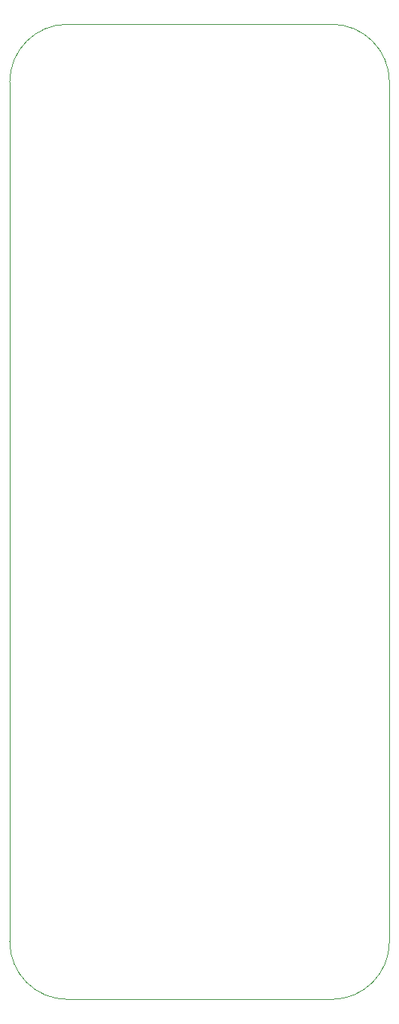
<source format=gbr>
%TF.GenerationSoftware,KiCad,Pcbnew,9.0.2*%
%TF.CreationDate,2026-01-15T18:41:09+07:00*%
%TF.ProjectId,PrechResv2,50726563-6852-4657-9376-322e6b696361,rev?*%
%TF.SameCoordinates,Original*%
%TF.FileFunction,Profile,NP*%
%FSLAX46Y46*%
G04 Gerber Fmt 4.6, Leading zero omitted, Abs format (unit mm)*
G04 Created by KiCad (PCBNEW 9.0.2) date 2026-01-15 18:41:09*
%MOMM*%
%LPD*%
G01*
G04 APERTURE LIST*
%TA.AperFunction,Profile*%
%ADD10C,0.050000*%
%TD*%
G04 APERTURE END LIST*
D10*
X63700000Y-132500000D02*
G75*
G02*
X57200006Y-126000000I6J6500000D01*
G01*
X63700000Y-22846194D02*
X93403806Y-22846194D01*
X57200000Y-29346194D02*
X57200000Y-126000000D01*
X93403806Y-22846194D02*
G75*
G02*
X99903806Y-29346194I-6J-6500006D01*
G01*
X57200000Y-29346194D02*
G75*
G02*
X63700000Y-22846194I6500006J-6D01*
G01*
X99903806Y-126000000D02*
X99903806Y-29346194D01*
X99903806Y-126000000D02*
G75*
G02*
X93403806Y-132500006I-6500006J0D01*
G01*
X63700000Y-132500000D02*
X93403806Y-132500000D01*
M02*

</source>
